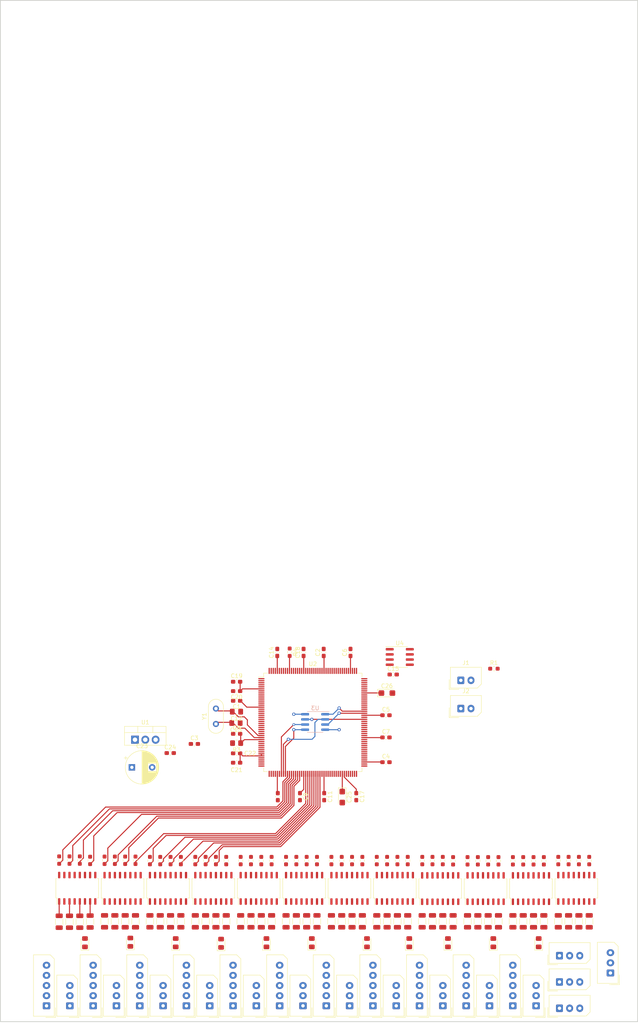
<source format=kicad_pcb>
(kicad_pcb (version 20221018) (generator pcbnew)
  (layers (0 "F.Cu" signal) (31 "B.Cu" signal) (34 "B.Paste" user) (35 "F.Paste" user) (36 "B.SilkS" user "B.Silkscreen") (37 "F.SilkS" user "F.Silkscreen") (38 "B.Mask" user) (39 "F.Mask" user) (44 "Edge.Cuts" user))
  (net 0 "")
  (net 1 "Net-(U2-PH1)")
  (net 2 "Net-(U2-NRST)")
  (net 3 "Net-(U2-VCAP_2)")
  (net 4 "Net-(U2-BOOT0)")
  (net 5 "CS0")
  (net 8 "CS1")
  (net 11 "CS2")
  (net 59 "Net-(U2-VCAP_1)")
  (net 60 "Net-(U2-PH0)")
  (net 62 "VBAT")
  (net 63 "GND")
  (net 64 "+3.3V")
  (net 65 "FRAM_CS")
  (net 66 "SPI1_MISO")
  (net 67 "FRAM_WP")
  (net 68 "SPI1_MOSI")
  (net 69 "SPI1_SCK")
  (net 70 "FRAM_HOLD")
  (net 71 "EMERGENCY")
  (net 72 "CS3")
  (net 73 "CS4")
  (net 74 "CS5")
  (net 75 "SPI3_MOSI")
  (net 76 "SPI3_MISO")
  (net 77 "SPI3_SCK")
  (net 78 "CS6")
  (net 79 "CS7")
  (net 80 "DIAG0_7")
  (net 81 "DIAG0_6")
  (net 82 "DIAG0_5")
  (net 83 "DIAG0_4")
  (net 84 "DIAG0_3")
  (net 85 "SWCLK")
  (net 86 "SPI2_MOSI")
  (net 87 "SPI2_MISO")
  (net 88 "SPI2_SCK")
  (net 89 "ADC_CS")
  (net 90 "INVERTER")
  (net 91 "SWDIO")
  (net 92 "CAN1_TX")
  (net 93 "CAN1_RX")
  (net 94 "USART1_RX")
  (net 95 "USART1_TX")
  (net 96 "H14")
  (net 97 "H13")
  (net 98 "H12")
  (net 99 "H11")
  (net 100 "EA10")
  (net 101 "EZ10")
  (net 102 "H10")
  (net 103 "EB10")
  (net 104 "H9")
  (net 105 "EZ9")
  (net 106 "EB9")
  (net 107 "EA9")
  (net 108 "H8")
  (net 109 "EA8")
  (net 110 "EB8")
  (net 111 "EZ8")
  (net 112 "H7")
  (net 113 "EZ7")
  (net 114 "EA7")
  (net 115 "EB7")
  (net 116 "H6")
  (net 117 "EZ6")
  (net 118 "EB6")
  (net 119 "H5")
  (net 120 "EA6")
  (net 121 "EZ5")
  (net 122 "EB5")
  (net 123 "EA5")
  (net 124 "H4")
  (net 125 "EZ4")
  (net 126 "EB4")
  (net 127 "EA4")
  (net 128 "H3")
  (net 129 "EZ3")
  (net 130 "EB3")
  (net 131 "EA3")
  (net 132 "H2")
  (net 133 "EZ2")
  (net 134 "EB2")
  (net 135 "EA2")
  (net 136 "H1")
  (net 137 "EZ1")
  (net 138 "EB1")
  (net 139 "EA1")
  (net 140 "H0")
  (net 141 "EZ0")
  (net 142 "EB0")
  (net 143 "EA0")
  (net 144 "BUZZER")
  (net 145 "DIAG0_0")
  (net 146 "DIAG0_1")
  (net 147 "DIAG0_2")
  (net 148 "CAN1H")
  (net 149 "CAN1L")
  (net 150 "+5V")
  (net 151 "GND1")
  (net 152 "S_EZ0")
  (net 153 "+12V")
  (net 154 "Net-(D1-A)")
  (net 155 "S_EB0")
  (net 156 "S_EA0")
  (net 157 "S_H0")
  (net 158 "Net-(D2-A)")
  (net 159 "S_EZ1")
  (net 160 "S_EB1")
  (net 161 "S_EA1")
  (net 162 "S_H1")
  (net 163 "Net-(D3-A)")
  (net 164 "Net-(D4-A)")
  (net 165 "S_EZ2")
  (net 166 "S_EB2")
  (net 167 "S_EA2")
  (net 168 "S_H2")
  (net 169 "S_EZ3")
  (net 170 "S_EB3")
  (net 171 "S_EA3")
  (net 172 "S_H3")
  (net 173 "Net-(D5-A)")
  (net 174 "Net-(D6-A)")
  (net 175 "Net-(D7-A)")
  (net 176 "Net-(D8-A)")
  (net 177 "S_EZ4")
  (net 178 "S_EB4")
  (net 179 "S_EA4")
  (net 180 "S_H4")
  (net 181 "S_EZ5")
  (net 182 "S_EB5")
  (net 183 "S_EA5")
  (net 184 "S_H5")
  (net 185 "S_EZ6")
  (net 186 "S_EB6")
  (net 187 "S_EA6")
  (net 188 "S_H6")
  (net 189 "S_EZ7")
  (net 190 "S_EB7")
  (net 191 "S_EA7")
  (net 192 "S_H7")
  (net 193 "Net-(D9-A)")
  (net 194 "Net-(D10-A)")
  (net 195 "Net-(D11-A)")
  (net 196 "S_EZ8")
  (net 197 "S_EB8")
  (net 198 "S_EA8")
  (net 199 "S_H8")
  (net 200 "S_EZ9")
  (net 201 "S_EB9")
  (net 202 "S_EA9")
  (net 203 "S_H9")
  (net 204 "S_EZ10")
  (net 205 "S_EB10")
  (net 206 "S_EA10")
  (net 207 "S_H10")
  (net 208 "S_H12")
  (net 209 "S_H11")
  (net 210 "S_H13")
  (net 211 "S_H14")
  (net 212 "Net-(R92-Pad1)")
  (net 213 "Net-(R94-Pad1)")
  (net 214 "Net-(R96-Pad1)")
  (net 215 "Net-(R98-Pad1)")
  (footprint "Connector_Molex:Molex_SPOX_5267-05A_1x05_P2.50mm_Vertical" (layer "F.Cu") (at -389.40958 161.21 90)
    (fp_text reference "J23" hide)
    (fp_text value "EN7")
  )
  (footprint "Resistor_SMD:R_1206_3216Metric" (layer "F.Cu") (at -440.182 140.4005 -90)
    (fp_text reference "R48" hide)
    (fp_text value "1.2k")
  )
  (footprint "Connector_Molex:Molex_SPOX_5267-03A_1x03_P2.50mm_Vertical" (layer "F.Cu") (at -365.364 153.122 90)
    (fp_text reference "J28" hide)
    (fp_text value "H7")
  )
  (footprint "Resistor_SMD:R_1206_3216Metric" (layer "F.Cu") (at -431.546 140.4005 -90)
    (fp_text reference "R54" hide)
    (fp_text value "1.2k")
  )
  (footprint "Resistor_SMD:R_0603_1608Metric_Pad0.98x0.95mm_HandSolder" (layer "F.Cu") (at -404.114 125.4995 90)
    (fp_text reference "R75" hide)
    (fp_text value "330")
  )
  (footprint "Resistor_SMD:R_1206_3216Metric" (layer "F.Cu") (at -395.478 140.4005 -90)
    (fp_text reference "R80" hide)
    (fp_text value "1.2k")
  )
  (footprint "Resistor_SMD:R_1206_3216Metric" (layer "F.Cu") (at -471.17 140.4005 -90)
    (fp_text reference "R26" hide)
    (fp_text value "1.2k")
  )
  (footprint "Package_SO:SOIC-16_4.55x10.3mm_P1.27mm" (layer "F.Cu") (at -440.817 132.282 90)
    (fp_text reference "U10" hide)
    (fp_text value "TLP291-4")
  )
  (footprint "LED_SMD:LED_0805_2012Metric_Pad1.15x1.40mm_HandSolder" (layer "F.Cu") (at -461.264 145.796 90)
    (fp_text reference "D4" hide)
    (fp_text value "LED")
  )
  (footprint "Package_SO:SOIC-16_4.55x10.3mm_P1.27mm" (layer "F.Cu") (at -429.641 132.282 90)
    (fp_text reference "U11" hide)
    (fp_text value "TLP291-4")
  )
  (footprint "Resistor_SMD:R_0603_1608Metric_Pad0.98x0.95mm_HandSolder" (layer "F.Cu") (at -451.358 125.4525 90)
    (fp_text reference "R41" hide)
    (fp_text value "330")
  )
  (footprint "Connector_Molex:Molex_SPOX_5267-05A_1x05_P2.50mm_Vertical" (layer "F.Cu") (at -435.35006 161.21 90)
    (fp_text reference "J15" hide)
    (fp_text value "EN6")
  )
  (footprint "LED_SMD:LED_0805_2012Metric_Pad1.15x1.40mm_HandSolder" (layer "F.Cu") (at -450.088 145.669 90)
    (fp_text reference "D5" hide)
    (fp_text value "LED")
  )
  (footprint "Connector_Molex:Molex_SPOX_5267-02A_1x02_P2.50mm_Vertical" (layer "F.Cu") (at -402.209 81.061)
    (fp_text reference "J1")
    (fp_text value "CAN1A")
  )
  (footprint "Resistor_SMD:R_1206_3216Metric" (layer "F.Cu") (at -442.722 140.4005 -90)
    (fp_text reference "R46" hide)
    (fp_text value "1.2k")
  )
  (footprint "Connector_Molex:Molex_SPOX_5267-05A_1x05_P2.50mm_Vertical" (layer "F.Cu") (at -504.26078 161.21 90)
    (fp_text reference "J3" hide)
    (fp_text value "EN0")
  )
  (footprint "LED_SMD:LED_0805_2012Metric_Pad1.15x1.40mm_HandSolder" (layer "F.Cu") (at -405.384 145.669 90)
    (fp_text reference "D9" hide)
    (fp_text value "LED")
  )
  (footprint "Resistor_SMD:R_0805_2012Metric_Pad1.20x1.40mm_HandSolder" (layer "F.Cu") (at -457.438 96.52 180)
    (fp_text reference "R3")
    (fp_text value "100K")
  )
  (footprint "Resistor_SMD:R_0603_1608Metric_Pad0.98x0.95mm_HandSolder" (layer "F.Cu") (at -434.086 125.4525 90)
    (fp_text reference "R53" hide)
    (fp_text value "330")
  )
  (footprint "Connector_Molex:Molex_SPOX_5267-02A_1x02_P2.50mm_Vertical" (layer "F.Cu") (at -402.209 88.011)
    (fp_text reference "J2")
    (fp_text value "CAN1B")
  )
  (footprint "Resistor_SMD:R_1206_3216Metric" (layer "F.Cu") (at -422.91 140.4005 -90)
    (fp_text reference "R60" hide)
    (fp_text value "1.2k")
  )
  (footprint "Resistor_SMD:R_0603_1608Metric_Pad0.98x0.95mm_HandSolder" (layer "F.Cu") (at -476.25 125.4525 90)
    (fp_text reference "R23" hide)
    (fp_text value "330")
  )
  (footprint "Connector_Molex:Molex_SPOX_5267-05A_1x05_P2.50mm_Vertical" (layer "F.Cu") (at -400.8947 161.21 90)
    (fp_text reference "J21" hide)
    (fp_text value "EN6")
  )
  (footprint "Resistor_SMD:R_1206_3216Metric" (layer "F.Cu") (at -400.558 140.4005 -90)
    (fp_text reference "R76" hide)
    (fp_text value "1.2k")
  )
  (footprint "Resistor_SMD:R_0603_1608Metric_Pad0.98x0.95mm_HandSolder" (layer "F.Cu") (at -394.059 78.191)
    (fp_text reference "R1")
    (fp_text value "R")
  )
  (footprint "Connector_Molex:Molex_SPOX_5267-03A_1x03_P2.50mm_Vertical" (layer "F.Cu") (at -377.912 155.336)
    (fp_text reference "J26" hide)
    (fp_text value "H7")
  )
  (footprint "Connector_Molex:Molex_SPOX_5267-03A_1x03_P2.50mm_Vertical" (layer "F.Cu") (at -383.66702 161.21 90)
    (fp_text reference "J24" hide)
    (fp_text value "H7")
  )
  (footprint "Capacitor_SMD:C_0603_1608Metric_Pad1.08x0.95mm_HandSolder" (layer "F.Cu") (at -457.4325 101.346 180)
    (fp_text reference "C21")
    (fp_text value "0.1uF")
  )
  (footprint "Package_SO:SOIC-16_4.55x10.3mm_P1.27mm" (layer "F.Cu") (at -407.289 132.334 90)
    (fp_text reference "U13" hide)
    (fp_text value "TLP291-4")
  )
  (footprint "Package_SO:SOIC-16_4.55x10.3mm_P1.27mm" (layer "F.Cu") (at -463.169 132.282 90)
    (fp_text reference "U8" hide)
    (fp_text value "TLP291-4")
  )
  (footprint "Capacitor_SMD:C_0603_1608Metric_Pad1.08x0.95mm_HandSolder" (layer "F.Cu") (at -457.4325 83.719375 180)
    (fp_text reference "C20")
    (fp_text value "0.1uF")
  )
  (footprint "Resistor_SMD:R_0603_1608Metric_Pad0.98x0.95mm_HandSolder" (layer "F.Cu") (at -489.966 125.3725 90)
    (fp_text reference "R13" hide)
    (fp_text value "330")
  )
  (footprint "Connector_Molex:Molex_SPOX_5267-03A_1x03_P2.50mm_Vertical" (layer "F.Cu") (at -464.06286 161.21 90)
    (fp_text reference "J10" hide)
    (fp_text value "H3")
  )
  (footprint "Connector_Molex:Molex_SPOX_5267-03A_1x03_P2.50mm_Vertical" (layer "F.Cu") (at -395.15214 161.21 90)
    (fp_text reference "J22" hide)
    (fp_text value "H6")
  )
  (footprint "Resistor_SMD:R_0603_1608Metric_Pad0.98x0.95mm_HandSolder" (layer "F.Cu") (at -415.29 125.4525 90)
    (fp_text reference "R67" hide)
    (fp_text value "330")
  )
  (footprint "LED_SMD:LED_0805_2012Metric_Pad1.15x1.40mm_HandSolder" (layer "F.Cu") (at -394.208 145.669 90)
    (fp_text reference "D10" hide)
    (fp_text value "LED")
  )
  (footprint "Resistor_SMD:R_0603_1608Metric_Pad0.98x0.95mm_HandSolder" (layer "F.Cu") (at -482.346 125.3725 90)
    (fp_text reference "R19" hide)
    (fp_text value "330")
  )
  (footprint "Connector_Molex:Molex_SPOX_5267-05A_1x05_P2.50mm_Vertical" (layer "F.Cu") (at -446.83518 161.21 90)
    (fp_text reference "J13" hide)
    (fp_text value "EN5")
  )
  (footprint "Package_SO:SOIC-8_3.9x4.9mm_P1.27mm" (layer "F.Cu") (at -417.257 75.311)
    (fp_text reference "U4")
    (fp_text value "SN65HVD232D")
  )
  (footprint "Resistor_SMD:R_1206_3216Metric" (layer "F.Cu") (at -370.586 140.4005 -90)
    (fp_text reference "R98" hide)
    (fp_text value "1.2k")
  )
  (footprint "LED_SMD:LED_0805_2012Metric_Pad1.15x1.40mm_HandSolder" (layer "F.Cu") (at -383.032 145.669 90)
    (fp_text reference "D11" hide)
    (fp_text value "LED")
  )
  (footprint "Capacitor_SMD:C_0603_1608Metric_Pad1.08x0.95mm_HandSolder" (layer "F.Cu") (at -440.944 74.1945 90)
    (fp_text reference "C18")
    (fp_text value "0.1uF")
  )
  (footprint "Resistor_SMD:R_0603_1608Metric_Pad0.98x0.95mm_HandSolder" (layer "F.Cu") (at -465.074 125.4525 90)
    (fp_text reference "R31" hide)
    (fp_text value "330")
  )
  (footprint "Resistor_SMD:R_1206_3216Metric" (layer "F.Cu") (at -415.29 140.4005 -90)
    (fp_text reference "R66" hide)
    (fp_text value "1.2k")
  )
  (footprint "Resistor_SMD:R_1206_3216Metric" (layer "F.Cu") (at -420.37 140.4005 -90)
    (fp_text reference "R62" hide)
    (fp_text value "1.2k")
  )
  (footprint "Connector_Molex:Molex_SPOX_5267-03A_1x03_P2.50mm_Vertical" (layer "F.Cu") (at -452.57774 161.21 90)
    (fp_text reference "J12" hide)
    (fp_text value "H4")
  )
  (footprint "Resistor_SMD:R_0603_1608Metric_Pad0.98x0.95mm_HandSolder" (layer "F.Cu") (at -378.206 125.4525 90)
    (fp_text reference "R93" hide)
    (fp_text value "330")
  )
  (footprint "Resistor_SMD:R_1206_3216Metric" (layer "F.Cu") (at -489.966 140.4005 -90)
    (fp_text reference "R12" hide)
    (fp_text value "1.2k")
  )
  (footprint "Resistor_SMD:R_1206_3216Metric" (layer "F.Cu") (at -445.262 140.4005 -90)
    (fp_text reference "R44" hide)
    (fp_text value "1.2k")
  )
  (footprint "Resistor_SMD:R_1206_3216Metric" (layer "F.Cu") (at -501.142 140.5045 -90)
    (fp_text reference "R8" hide)
    (fp_text value "1.2k")
  )
  (footprint "Package_TO_SOT_THT:TO-220-3_Vertical" (layer "F.Cu") (at -482.469698 95.679)
    (fp_text reference "U1")
    (fp_text value "LF33_TO220")
  )
  (footprint "Capacitor_SMD:C_0603_1608Metric_Pad1.08x0.95mm_HandSolder" (layer "F.Cu") (at -441.833 109.7015 -90)
    (fp_text reference "C9")
    (fp_text value "0.1uF")
  )
  (footprint "Resistor_SMD:R_0603_1608Metric_Pad0.98x0.95mm_HandSolder" (layer "F.Cu") (at -445.262 125.4525 90)
    (fp_text reference "R45" hide)
    (fp_text value "330")
  )
  (footprint "Capacitor_SMD:C_0805_2012Metric_Pad1.18x1.45mm_HandSolder" (layer "F.Cu") (at -457.4755 88.773 180)
    (fp_text reference "C12")
    (fp_text value "20pF")
  )
  (footprint "Package_SO:SOIC-16_4.55x10.3mm_P1.27mm" (layer "F.Cu") (at -384.937 132.334 90)
    (fp_text reference "U15" hide)
    (fp_text value "TLP291-4")
  )
  (footprint "Resistor_SMD:R_0603_1608Metric_Pad0.98x0.95mm_HandSolder" (layer "F.Cu") (at -462.534 125.4525 90)
    (fp_text reference "R33" hide)
    (fp_text value "330")
  )
  (footprint "Resistor_SMD:R_0603_1608Metric_Pad0.98x0.95mm_HandSolder" (layer "F.Cu") (at -487.426 125.3725 90)
    (fp_text reference "R15" hide)
    (fp_text value "330")
  )
  (footprint "Resistor_SMD:R_1206_3216Metric" (layer "F.Cu") (at -437.642 140.4005 -90)
    (fp_text reference "R50" hide)
    (fp_text value "1.2k")
  )
  (footprint "Connector_Molex:Molex_SPOX_5267-03A_1x03_P2.50mm_Vertical" (layer "F.Cu") (at -377.912 148.859)
    (fp_text reference "J25" hide)
    (fp_text value "H7")
  )
  (footprint "Resistor_SMD:R_0603_1608Metric_Pad0.98x0.95mm_HandSolder" (layer "F.Cu") (at -420.37 125.4525 90)
    (fp_text reference "R63" hide)
    (fp_text value "330")
  )
  (footprint "Resistor_SMD:R_0603_1608Metric_Pad0.98x0.95mm_HandSolder" (layer "F.Cu") (at -417.83 125.4525 90)
    (fp_text reference "R65" hide)
    (fp_text value "330")
  )
  (footprint "Capacitor_Tantalum_SMD:CP_EIA-3216-18_Kemet-A" (layer "F.Cu") (at -431.419 109.808 -90)
    (fp_text reference "C25")
    (fp_text value "C_Polarized_US")
  )
  (footprint "Resistor_SMD:R_0603_1608Metric_Pad0.98x0.95mm_HandSolder" (layer "F.Cu") (at -484.886 125.3725 90)
    (fp_text reference "R17" hide)
    (fp_text value "330")
  )
  (footprint "Resistor_SMD:R_0603_1608Metric_Pad0.98x0.95mm_HandSolder" (layer "F.Cu") (at -398.018 125.4995 90)
    (fp_text reference "R79" hide)
    (fp_text value "330")
  )
  (footprint "Resistor_SMD:R_0603_1608Metric_Pad0.98x0.95mm_HandSolder" (layer "F.Cu") (at -431.546 125.4525 90)
    (fp_text reference "R55" hide)
    (fp_text value "330")
  )
  (footprint "Capacitor_SMD:C_0603_1608Metric_Pad1.08x0.95mm_HandSolder" (layer "F.Cu") (at -420.6505 101.219)
    (fp_text reference "C4")
    (fp_text value "0.1uF")
  )
  (footprint "Resistor_SMD:R_1206_3216Metric" (layer "F.Cu") (at -465.074 140.4005 -90)
    (fp_text reference "R30" hide)
    (fp_text value "1.2k")
  )
  (footprint "Resistor_SMD:R_1206_3216Metric" (layer "F.Cu") (at -392.938 140.4005 -90)
    (fp_text reference "R82" hide)
    (fp_text value "1.2k")
  )
  (footprint "Connector_Molex:Molex_SPOX_5267-03A_1x03_P2.50mm_Vertical" (layer "F.Cu") (at -406.63726 161.21 90)
    (fp_text reference "J20" hide)
    (fp_text value "H5")
  )
  (footprint "Resistor_SMD:R_1206_3216Metric" (layer "F.Cu") (at -487.426 140.4005 -90)
    (fp_text reference "R14" hide)
    (fp_text value "1.2k")
  )
  (footprint "Resistor_SMD:R_1206_3216Metric" (layer "F.Cu") (at -498.602 140.5045 -90)
    (fp_text reference "R6" hide)
    (fp_text value "1.2k")
  )
  (footprint "Connector_Molex:Molex_SPOX_5267-03A_1x03_P2.50mm_Vertical" (layer "F.Cu") (at -377.912 161.813)
    (fp_text reference "J27" hide)
    (fp_text value "H7")
  )
  (footprint "Capacitor_SMD:C_0603_1608Metric_Pad1.08x0.95mm_HandSolder" (layer "F.Cu") (at -435.991 74.1945 90)
    (fp_text reference "C2")
    (fp_text value "0.1uF")
  )
  (footprint "Resistor_SMD:R_1206_3216Metric" (layer "F.Cu") (at -411.734 140.4005 -90)
    (fp_text reference "R68" hide)
    (fp_text value "1.2k")
  )
  (footprint "Capacitor_SMD:C_0603_1608Metric_Pad1.08x0.95mm_HandSolder" (layer "F.Cu") (at -418.8725 79.629)
    (fp_text reference "C15")
    (fp_text value "15pF")
  )
  (footprint "Resistor_SMD:R_1206_3216Metric" (layer "F.Cu") (at -386.842 140.4005 -90)
    (fp_text reference "R86" hide)
    (fp_text value "1.2k")
  )
  (footprint "Resistor_SMD:R_0603_1608Metric_Pad0.98x0.95mm_HandSolder" (layer "F.Cu") (at -456.438 125.4525 90)
    (fp_text reference "R37" hide)
    (fp_text value "330")
  )
  (footprint "Connector_Molex:Molex_SPOX_5267-03A_1x03_P2.50mm_Vertical" (layer "F.Cu") (at -487.0331 161.21 90)
    (fp_text reference "J6" hide)
    (fp_text value "H1")
  )
  (footprint "Package_SO:SOIC-16_4.55x10.3mm_P1.27mm" (layer "F.Cu") (at -485.521 132.282 90)
    (fp_text reference "U6" hide)
    (fp_text value "TLP291-4")
  )
  (footprint "Resistor_SMD:R_0603_1608Metric_Pad0.98x0.95mm_HandSolder" (layer "F.Cu") (at -422.91 125.4525 90)
    (fp_text reference "R61" hide)
    (fp_text value "330")
  )
  (footprint "Resistor_SMD:R_0603_1608Metric_Pad0.98x0.95mm_HandSolder" (layer "F.Cu") (at -395.478 125.4995 90)
    (fp_text reference "R81" hide)
    (fp_text value "330")
  )
  (footprint "Capacitor_SMD:C_0603_1608Metric_Pad1.08x0.95mm_HandSolder" (layer "F.Cu") (at -457.4275 86.106 180)
    (fp_text reference "C1")
    (fp_text value "0.1uF")
  )
  (footprint "Resistor_SMD:R_0603_1608Metric_Pad0.98x0.95mm_HandSolder" (layer "F.Cu") (at -429.006 125.4525 90)
    (fp_text reference "R57" hide)
    (fp_text value "330")
  )
  (footprint "Connector_Molex:Molex_SPOX_5267-05A_1x05_P2.50mm_Vertical" (layer "F.Cu") (at -412.37982 161.21 90)
    (fp_text reference "J19" hide)
    (fp_text value "EN5")
  )
  (footprint "Capacitor_SMD:C_0603_1608Metric_Pad1.08x0.95mm_HandSolder" (layer "F.Cu") (at -447.294 109.7015 -90)
    (fp_text reference "C10" hide)
    (fp_text value "0.1uF")
  )
  (footprint "Resistor_SMD:R_0603_1608Metric_Pad0.98x0.95mm_HandSolder" (layer "F.Cu") (at -426.466 125.4525 90)
    (fp_text reference "R59" hide)
    (fp_text value "330")
  )
  (footprint "Connector_Molex:Molex_SPOX_5267-05A_1x05_P2.50mm_Vertical" (layer "F.Cu") (at -423.86494 161.21 90)
    (fp_text reference "J17" hide)
    (fp_text value "EN7")
  )
  (footprint "Resistor_SMD:R_1206_3216Metric" (layer "F.Cu") (at -473.71 140.4005 -90)
    (fp_text reference "R24" hide)
    (fp_text value "1.2k")
  )
  (footprint "Resistor_SMD:R_0603_1608Metric_Pad0.98x0.95mm_HandSolder" (layer "F.Cu") (at -493.522 125.4045 90)
    (fp_text reference "R11" hide)
    (fp_text value "330")
  )
  (footprint "Resistor_SMD:R_1206_3216Metric" (layer "F.Cu") (at -398.018 140.4005 -90)
    (fp_text reference "R78" hide)
    (fp_text value "1.2k")
  )
  (footprint "Connector_Molex:Molex_SPOX_5267-05A_1x05_P2.50mm_Vertical" (layer "F.Cu") (at -492.77566 161.21 90)
    (fp_text reference "J5" hide)
    (fp_text value "EN1")
  )
  (footprint "Connector_Molex:Molex_SPOX_5267-05A_1x05_P2.50mm_Vertical" (layer "F.Cu") (at -458.3203 161.21 90)
    (fp_text reference "J11" hide)
    (fp_text value "EN4")
  )
  (footprint "Resistor_SMD:R_0603_1608Metric_Pad0.98x0.95mm_HandSolder" (layer "F.Cu") (at -448.818 125.4525 90)
    (fp_text reference "R43" hide)
    (fp_text value "330")
  )
  (footprint "Resistor_SMD:R_0603_1608Metric_Pad0.98x0.95mm_HandSolder" (layer "F.Cu") (at -389.382 125.4995 90)
    (fp_text reference "R85" hide)
    (fp_text value "330")
  )
  (footprint "Resistor_SMD:R_1206_3216Metric" (layer "F.Cu") (at -426.466 140.4005 -90)
    (fp_text reference "R58" hide)
    (fp_text value "1.2k")
  )
  (footprint "Resistor_SMD:R_1206_3216Metric" (layer "F.Cu") (at -476.25 140.4005 -90)
    (fp_text reference "R22" hide)
    (fp_text value "1.2k")
  )
  (footprint "Capacitor_SMD:C_0805_2012Metric_Pad1.18x1.45mm_HandSolder" (layer "F.Cu") (at -457.6025 91.567 180)
    (fp_text reference "C13")
    (fp_text value "20pF")
  )
  (footprint "Resistor_SMD:R_1206_3216Metric" (layer "F.Cu") (at -409.194 140.4005 -90)
    (fp_text reference "R70" hide)
    (fp_text value "1.2k")
  )
  (footprint "Resistor_SMD:R_0603_1608Metric_Pad0.98x0.95mm_HandSolder" (layer "F.Cu") (at -467.614 125.4525 90)
    (fp_text reference "R29" hide)
    (fp_text value "330")
  )
  (footprint "Package_SO:SOIC-16_4.55x10.3mm_P1.27mm" (layer "F.Cu") (at -418.465 132.282 90)
    (fp_text reference "U12" hide)
    (fp_text value "TLP291-4")
  )
  (footprint "Resistor_SMD:R_0603_1608Metric_Pad0.98x0.95mm_HandSolder" (layer "F.Cu") (at -409.194 125.4525 90)
    (fp_text reference "R71" hide)
    (fp_text value "330")
  )
  (footprint "Resistor_SMD:R_1206_3216Metric" (layer "F.Cu") (at -378.206 140.4005 -90)
    (fp_text reference "R92" hide)
    (fp_text value "1.2k")
  )
  (footprint "Resistor_SMD:R_1206_3216Metric" (layer "F.Cu") (at -462.534 140.4005 -90)
    (fp_text reference "R32" hide)
    (fp_text value "1.2k")
  )
  (footprint "Resistor_SMD:R_0603_1608Metric_Pad0.98x0.95mm_HandSolder" (layer "F.Cu") (at -373.126 125.4525 90)
    (fp_text reference "R97" hide)
    (fp_text value "330")
  )
  (footprint "Connector_Molex:Molex_SPOX_5267-03A_1x03_P2.50mm_Vertical" (layer "F.Cu") (at -418.12238 161.21 90)
    (fp_text reference "J18" hide)
    (fp_text value "H7")
  )
  (footprint "LED_SMD:LED_0805_2012Metric_Pad1.15x1.40mm_HandSolder" (layer "F.Cu") (at -494.792 145.669 90)
    (fp_text reference "D1" hide)
    (fp_text value "LED")
  )
  (footprint "Resistor_SMD:R_1206_3216Metric" (layer "F.Cu") (at -482.346 140.4005 -90)
    (fp_text reference "R18" hide)
    (fp_text value "1.2k")
  )
  (footprint "Resistor_SMD:R_1206_3216Metric" (layer "F.Cu") (at -478.79 140.4005 -90)
    (fp_text reference "R20" hide)
    (fp_text value "1.2k")
  )
  (footprint "Connector_Molex:Molex_SPOX_5267-03A_1x03_P2.50mm_Vertical" (layer "F.Cu") (at -441.09262 161.21 90)
    (fp_text reference "J14" hide)
    (fp_text value "H5")
  )
  (footprint "Connector_Molex:Molex_SPOX_5267-05A_1x05_P2.50mm_Vertical" (layer "F.Cu") (at -481.29054 161.21 90)
    (fp_text reference "J7" hide)
    (fp_text value "EN2")
  )
  (footprint "LED_SMD:LED_0805_2012Metric_Pad1.15x1.40mm_HandSolder" (layer "F.Cu") (at -472.44 145.669 90)
    (fp_text reference "D3" hide)
    (fp_text value "LED")
  )
  (footprint "Resistor_SMD:R_0603_1608Metric_Pad0.98x0.95mm_HandSolder" (layer "F.Cu") (at -471.17 125.4525 90)
    (fp_text reference "R27" hide)
    (fp_text value "330")
  )
  (footprint "Connector_Molex:Molex_SPOX_5267-03A_1x03_P2.50mm_Vertical" (layer "F.Cu") (at -475.54798 161.21 90)
    (fp_text reference "J8" hide)
    (fp_text value "H2")
  )
  (footprint "LED_SMD:LED_0805_2012Metric_Pad1.15x1.40mm_HandSolder" (layer "F.Cu") (at -438.912 145.669 90)
    (fp_text reference "D6" hide)
    (fp_text value "LED")
  )
  (footprint "Resistor_SMD:R_0603_1608Metric_Pad0.98x0.95mm_HandSolder" (layer "F.Cu") (at -473.71 125.4525 90)
    (fp_text reference "R25" hide)
    (fp_text value "330")
  )
  (footprint "Capacitor_SMD:C_0603_1608Metric_Pad1.08x0.95mm_HandSolder" (layer "F.Cu") (at -420.6505 95.123)
    (fp_text reference "C7")
    (fp_text value "0.1uF")
  )
  (footprint "Resistor_SMD:R_1206_3216Metric" (layer "F.Cu") (at -375.666 140.4005 -90)
    (fp_text reference "R94" hide)
    (fp_text value "1.2k")
  )
  (footprint "Resistor_SMD:R_0603_1608Metric_Pad0.98x0.95mm_HandSolder" (layer "F.Cu") (at -400.558 125.4995 90)
    (fp_text reference "R77" hide)
    (fp_text value "330")
  )
  (footprint "Resistor_SMD:R_1206_3216Metric" (layer "F.Cu") (at -467.614 140.4005 -90)
    (fp_text reference "R28" hide)
    (fp_text value "1.2k")
  )
  (footprint "Capacitor_SMD:C_0603_1608Metric_Pad1.08x0.95mm_HandSolder" (layer "F.Cu") (at -457.4325 81.407)
    (fp_text reference "C19")
    (fp_text value "4.7uF")
  )
  (footprint "Capacitor_SMD:C_0603_1608Metric_Pad1.08x0.95mm_HandSolder" (layer "F.Cu") (at -429.387 74.1945 90)
    (fp_text reference "C6")
    (fp_text value "0.1uF")
  )
  (footprint "Resistor_SMD:R_0603_1608Metric_Pad0.98x0.95mm_HandSolder" (layer "F.Cu") (at -453.898 125.4525 90)
    (fp_text reference "R39" hide)
    (fp_text value "330")
  )
  (footprint "Resistor_SMD:R_0603_1608Metric_Pad0.98x0.95mm_HandSolder" (layer "F.Cu") (at -386.842 125.4995 90)
    (fp_text reference "R87" hide)
    (fp_text value "330")
  )
  (footprint "Resistor_SMD:R_0603_1608Metric_Pad0.98x0.95mm_HandSolder" (layer "F.Cu") (at -459.994 125.4525 90)
    (fp_text reference "R35" hide)
    (fp_text value "330")
  )
  (footprint "Capacitor_SMD:C_0603_1608Metric_Pad1.08x0.95mm_HandSolder" (layer "F.Cu") (at -467.8415 96.72125)
    (fp_text reference "C3")
    (fp_text value "0.1uF")
  )
  (footprint "Resistor_SMD:R_0603_1608Metric_Pad0.98x0.95mm_HandSolder" (layer "F.Cu") (at -498.602 125.3295 90)
    (fp_text reference "R7" hide)
    (fp_text value "330")
  )
  (footprint "Resistor_SMD:R_0603_1608Metric_Pad0.98x0.95mm_HandSolder" (layer "F.Cu") (at -496.062 125.3255 90)
    (fp_text reference "R5" hide)
    (fp_text value "330")
  )
  (footprint "Resistor_SMD:R_0603_1608Metric_Pad0.98x0.95mm_HandSolder" (layer "F.Cu") (at -411.704 125.4525 90)
    (fp_text reference "R69" hide)
    (fp_text value "330")
  )
  (footprint "Resistor_SMD:R_0603_1608Metric_Pad0.98x0.95mm_HandSolder" (layer "F.Cu") (at -478.79 125.4525 90)
    (fp_text reference "R21" hide)
    (fp_text value "330")
  )
  (footprint "Package_QFP:LQFP-176_24x24mm_P0.5mm" (layer "F.Cu") (at -438.658 91.4146)
    (fp_text reference "U2")
    (fp_text value "STM32F407IGTx")
  )
  (footprint "Package_SO:SOIC-16_4.55x10.3mm_P1.27mm" (layer "F.Cu") (at -373.761 132.282 90)
    (fp_text reference "U16" hide)
    (fp_text value "TLP291-4")
  )
  (footprint "Resistor_SMD:R_1206_3216Metric" (layer "F.Cu") (at -448.818 140.4005 -90)
    (fp_text reference "R42" hide)
    (fp_text value "1.2k")
  )
  (footprint "Capacitor_SMD:C_0603_1608Metric_Pad1.08x0.95mm_HandSolder" (layer "F.Cu") (at -447.421 74.1945 90)
    (fp_text reference "C14")
    (fp_text value "0.1uF")
  )
  (footprint "Capacitor_SMD:C_0603_1608Metric_Pad1.08x0.95mm_HandSolder" (layer "F.Cu") (at -457.4275 94.234)
    (fp_text reference "C8")
    (fp_text value "0.1uF")
  )
  (footprint "Package_SO:SOIC-16_4.55x10.3mm_P1.27mm" (layer "F.Cu") (at -474.345 132.282 90)
    (fp_text reference "U7" hide)
    (fp_text value "TLP291-4")
  )
  (footprint "Crystal:Crystal_HC52-6mm_Vertical" (layer "F.Cu") (at -462.534 91.811 90)
    (fp_text reference "Y1")
    (fp_text value "Crystal")
  )
  (footprint "Capacitor_SMD:C_0603_1608Metric_Pad1.08x0.95mm_HandSolder" (layer "F.Cu") (at -457.4325 99.033625 180)
    (fp_text reference "C22")
    (fp_text value "1uF")
  )
  (footprint "Resistor_SMD:R_0603_1608Metric_Pad0.98x0.95mm_HandSolder" (layer "F.Cu") (at -442.722 125.4525 90)
    (fp_text reference "R47" hide)
    (fp_text value "330")
  )
  (footprint "Connector_Molex:Molex_SPOX_5267-03A_1x03_P2.50mm_Vertical" (layer "F.Cu") (at -429.6075 161.21 90)
    (fp_text reference "J16" hide)
    (fp_text value "H6")
  )
  (footprint "Resistor_SMD:R_1206_3216Metric" (layer "F.Cu") (at -389.382 140.4005 -90)
    (fp_text reference "R84" hide)
    (fp_text value "1.2k")
  )
  (footprint "Capacitor_THT:CP_Radial_D8.0mm_P5.00mm" (layer "F.Cu") (at -483.235 102.489)
    (fp_text reference "C23")
    (fp_text value "2.2uF")
  )
  (footprint "Capacitor_SMD:C_0603_1608Metric_Pad1.08x0.95mm_HandSolder" (layer "F.Cu") (at -435.864 109.7015 -90)
    (fp_text reference "C11")
    (fp_text value "0.1uF")
  )
  (footprint "Resistor_SMD:R_1206_3216Metric" (layer "F.Cu") (at -451.358 140.4005 -90)
    (fp_text reference "R40" hide)
    (fp_text value "1.2k")
  )
  (footprint "Resistor_SMD:R_1206_3216Metric" (layer "F.Cu") (at -373.126 140.4005 -90)
    (fp_text reference "R96" hide)
    (fp_text value "1.2k")
  )
  (footprint "Resistor_SMD:R_1206_3216Metric" (layer "F.Cu") (at -404.114 140.4005 -90)
    (fp_text reference "R74" hide)
    (fp_text value "1.2k")
  )
  (footprint "Resistor_SMD:R_1206_3216Metric" (layer "F.Cu") (at -429.006 140.4005 -90)
    (fp_text reference "R56" hide)
    (fp_text value "1.2k")
  )
  (footprint "Resistor_SMD:R_1206_3216Metric" (layer "F.Cu") (at -453.898 140.4005 -90)
    (fp_text reference "R38" hide)
    (fp_text value "1.2k")
  )
  (footprint "Resistor_SMD:R_1206_3216Metric" (layer "F.Cu") (at -496.062 140.5045 -90)
    (fp_text reference "R2" hide)
    (fp_text value "1.2k")
  )
  (footprint "Resistor_SMD:R_1206_3216Metric" (layer "F.Cu") (at -406.654 140.4005 -90)
    (fp_text reference "R72" hide)
    (fp_text value "1.2k")
  )
  (footprint "Resistor_SMD:R_0603_1608Metric_Pad0.98x0.95mm_HandSolder" (layer "F.Cu") (at -381.762 125.4995 90)
    (fp_text reference "R91" hide)
    (fp_text value "330")
  )
  (footprint "Package_SO:SOIC-16_4.55x10.3mm_P1.27mm" (layer "F.Cu") (at -396.113 132.334 90)
    (fp_text reference "U14" hide)
    (fp_text value "TLP291-4")
  )
  (footprint "Resistor_SMD:R_1206_3216Metric" (layer "F.Cu") (at -456.438 140.4005 -90)
    (fp_text reference "R36" hide)
    (fp_text value "1.2k")
  )
  (footprint "Resistor_SMD:R_0603_1608Metric_Pad0.98x0.95mm_HandSolder" (layer "F.Cu") (at -384.302 125.4995 90)
    (fp_text reference "R89" hide)
    (fp_text value "330")
  )
  (footprint "Resistor_SMD:R_1206_3216Metric" (layer "F.Cu") (at -493.522 140.4525 -90)
    (fp_text reference "R10" hide)
    (fp_text value "1.2k")
  )
  (footprint "Capacitor_SMD:C_0603_1608Metric_Pad1.08x0.95mm_HandSolder" (layer "F.Cu") (at -420.6505 89.662)
    (fp_text reference "C5")
    (fp_text value "0.1uF")
  )
  (footprint "Resistor_SMD:R_1206_3216Metric" (layer "F.Cu") (at -384.302 140.4005 -90)
    (fp_text reference "R88" hide)
    (fp_text value "1.2k")
  )
  (footprint "Resistor_SMD:R_0603_1608Metric_Pad0.98x0.95mm_HandSolder" (layer "F.Cu") (at -406.654 125.4525 90)
    (fp_text reference "R73" hide)
    (fp_text value "330")
  )
  (footprint "Capacitor_SMD:C_0603_1608Metric_Pad1.08x0.95mm_HandSolder" (layer "F.Cu") (at -473.789698 98.969)
    (fp_text reference "C24")
    (fp_text value "0.1uF")
  )
  (footprint "Resistor_SMD:R_0603_1608Metric_Pad0.98x0.95mm_HandSolder" (layer "F.Cu") (at -375.666 125.4525 90)
    (fp_text reference "R95" hide)
    (fp_text value "330")
  )
  (footprint "Connector_Molex:Molex_SPOX_5267-03A_1x03_P2.50mm_Vertical" (layer "F.Cu") (at -498.51822 161.21 90)
    (fp_text reference "J4" hide)
    (fp_text value "H0")
  )
  (footprint "Resistor_SMD:R_1206_3216Metric" (layer "F.Cu") (at -417.83 140.4005 -90)
    (fp_text reference "R64" hide)
    (fp_text value "1.2k")
  )
  (footprint "Package_SO:SOIC-16_4.55x10.3mm_P1.27mm" (layer "F.Cu") (at -496.697 132.259 90)
    (fp_text reference "U5" hide)
    (fp_text value "TLP291-4")
  )
  (footprint "Resistor_SMD:R_1206_3216Metric" (layer "F.Cu") (at -484.886 140.4005 -90)
    (fp_text reference "R16" hide)
    (fp_text value "1.2k")
  )
  (footprint "Package_SO:SOIC-16_4.55x10.3mm_P1.27mm" (layer "F.Cu") (at -451.993 132.282 90)
    (fp_text reference "U9" hide)
    (fp_text value "TLP291-4")
  )
  (footprint "LED_SMD:LED_0805_2012Metric_Pad1.15x1.40mm_HandSolder" (layer "F.Cu") (at -414.909 145.669 90)
    (fp_text reference "D8" hide)
    (fp_text value "LED")
  )
  (footprint "Connector_Molex:Molex_SPOX_5267-05A_1x05_P2.50mm_Vertical" (layer "F.Cu") (at -469.80542 161.21 90)
    (fp_text reference "J9" hide)
    (fp_text value "EN3")
  )
  (footprint "Resistor_SMD:R_0603_1608Metric_Pad0.98x0.95mm_HandSolder" (layer "F.Cu") (at -501.142 125.3255 90)
    (fp_text reference "R9" hide)
    (fp_text value "330")
  )
  (footprint "LED_SMD:LED_0805_2012Metric_Pad1.15x1.40mm_HandSolder" (layer "F.Cu") (at -483.616 145.542 90)
    (fp_text reference "D2" hide)
    (fp_text value "LED")
  )
  (footprint "Capacitor_Tantalum_SMD:CP_EIA-3216-18_Kemet-A" (layer "F.Cu") (at -420.417 84.201)
    (fp_text reference "C26")
    (fp_text value "C_Polarized_US")
  )
  (footprint "Resistor_SMD:R_1206_3216Metric" (layer "F.Cu") (at -434.086 140.4005 -90)
    (fp_text reference "R52" hide)
    (fp_text value "1.2k")
  )
  (footprint "Resistor_SMD:R_0603_1608Metric_Pad0.98x0.95mm_HandSolder" (layer "F.Cu") (at -444.373 74.1445 -90)
    (fp_text reference "R4")
    (fp_text value "680")
  )
  (footprint "Resistor_SMD:R_0603_1608Metric_Pad0.98x0.95mm_HandSolder" (layer "F.Cu") (at -440.182 125.4525 90)
    (fp_text reference "R49" hide)
    (fp_text value "330")
  )
  (footprint "Resistor_SMD:R_0603_1608Metric_Pad0.98x0.95mm_HandSolder" (layer "F.Cu") (at -392.938 125.4995 90)
    (fp_text reference "R83" hide)
    (fp_text value "330")
  )
  (footprint "Resistor_SMD:R_0603_1608Metric_Pad0.98x0.95mm_HandSolder" (layer "F.Cu") (at -437.642 125.4525 90)
    (fp_text reference "R51" hide)
    (fp_text value "330")
  )
  (footprint "Resistor_SMD:R_1206_3216Metric" (layer "F.Cu") (at -381.762 140.4005 -90)
    (fp_text reference "R90" hide)
    (fp_text value "1.2k")
  )
  (footprint "Resistor_SMD:R_1206_3216Metric" (layer "F.Cu") (at -459.994 140.4005 -90)
    (fp_text reference "R34" hide)
    (fp_text value "1.2k")
  )
  (footprint "Resistor_SMD:R_0603_1608Metric_Pad0.98x0.95mm_HandSolder" (layer "F.Cu") (at -370.586 125.4525 90)
    (fp_text reference "R99" hide)
    (fp_text value "330")
  )
  (footprint "LED_SMD:LED_0805_2012Metric_Pad1.15x1.40mm_HandSolder" (layer "F.Cu") (at -425.323 145.669 90)
    (fp_text reference "D7" hide)
    (fp_text value "LED")
  )
  (footprint "Capacitor_SMD:C_0603_1608Metric_Pad1.08x0.95mm_HandSolder" (layer "F.Cu") (at -427.9635 109.7015 -90)
    (fp_text reference "C17")
    (fp_text value "0.1uF")
  )
  (footprint "Package_SO:SOIC-8_3.9x4.9mm_P1.27mm" (layer "B.Cu") (at -438.088 91.313 180)
    (fp_text reference "U3")
    (fp_text value "MX25R3235FM2xx1")
  )
  (gr_rect (start -515.62 -86.36) (end -358.648 165.1) (stroke (width 0.2)) (fill none) (layer "Edge.Cuts"))
  (segment (start -458.47 91.4065) (end -457.0395 92.837) (width 0.25) (layer "F.Cu") (net 1))
  (segment (start -453.0944 95.1646) (end -451.333 95.1646) (width 0.25) (layer "F.Cu") (net 1))
  (segment (start -457.0395 92.837) (end -455.422 92.837) (width 0.25) (layer "F.Cu") (net 1))
  (segment (start -458.47 91.4065) (end -462.1295 91.4065) (width 0.25) (layer "F.Cu") (net 1))
  (segment (start -455.422 92.837) (end -453.0944 95.1646) (width 0.25) (layer "F.Cu") (net 1))
  (segment (start -462.1295 91.4065) (end -462.534 91.811) (width 0.25) (layer "F.Cu") (net 1))
  (segment (start -455.51335 95.6646) (end -451.333 95.6646) (width 0.25) (layer "F.Cu") (net 2))
  (segment (start -456.4325 94.188875) (end -456.4325 96.58375) (width 0.25) (layer "F.Cu") (net 2))
  (segment (start -456.4325 96.58375) (end -456.57 96.72125) (width 0.25) (layer "F.Cu") (net 2))
  (segment (start -456.57 96.72125) (end -455.51335 95.6646) (width 0.25) (layer "F.Cu") (net 2))
  (segment (start -422.1964 84.1646) (end -425.983 84.1646) (width 0.25) (layer "F.Cu") (net 3))
  (segment (start -444.373 75.184) (end -444.408 75.219) (width 0.25) (layer "F.Cu") (net 4))
  (segment (start -444.408 75.219) (end -444.408 78.7396) (width 0.25) (layer "F.Cu") (net 4))
  (segment (start -431.408 108.128) (end -431.419 108.139) (width 0.25) (layer "F.Cu") (net 59))
  (segment (start -431.408 104.0896) (end -431.408 108.128) (width 0.25) (layer "F.Cu") (net 59))
  (segment (start -454.787 90.805) (end -454.787 92.028364) (width 0.25) (layer "F.Cu") (net 60))
  (segment (start -457.021125 90.043) (end -455.549 90.043) (width 0.25) (layer "F.Cu") (net 60))
  (segment (start -461.950875 88.594125) (end -462.534 88.011) (width 0.25) (layer "F.Cu") (net 60))
  (segment (start -454.787 92.028364) (end -452.150764 94.6646) (width 0.25) (layer "F.Cu") (net 60))
  (segment (start -458.47 88.594125) (end -461.950875 88.594125) (width 0.25) (layer "F.Cu") (net 60))
  (segment (start -455.549 90.043) (end -454.787 90.805) (width 0.25) (layer "F.Cu") (net 60))
  (segment (start -458.47 88.594125) (end -457.021125 90.043) (width 0.25) (layer "F.Cu") (net 60))
  (segment (start -452.150764 94.6646) (end -451.333 94.6646) (width 0.25) (layer "F.Cu") (net 60))
  (segment (start -456.015225 83.1646) (end -456.57 83.719375) (width 0.25) (layer "F.Cu") (net 62))
  (segment (start -451.333 83.1646) (end -456.015225 83.1646) (width 0.25) (layer "F.Cu") (net 62))
  (segment (start -456.57 83.719375) (end -456.57 81.407) (width 0.25) (layer "F.Cu") (net 62))
  (via (at -432.181 93.218) (size 0.8) (drill 0.4) (layers "F.Cu" "B.Cu") (net 63))
  (segment (start -435.864 93.218) (end -432.181 93.218) (width 0.25) (layer "B.Cu") (net 63))
  (segment (start -440.908 104.0896) (end -440.908 107.914) (width 0.25) (layer "F.Cu") (net 64))
  (segment (start -440.944 75.057) (end -440.908 75.093) (width 0.25) (layer "F.Cu") (net 64))
  (segment (start -451.333 99.1646) (end -451.333 99.6646) (width 0.25) (layer "F.Cu") (net 64))
  (segment (start -447.421 78.7266) (end -447.408 78.7396) (width 0.25) (layer "F.Cu") (net 64))
  (segment (start -447.421 75.057) (end -447.421 78.7266) (width 0.25) (layer "F.Cu") (net 64))
  (segment (start -421.46 89.662) (end -425.9804 89.662) (width 0.25) (layer "F.Cu") (net 64))
  (segment (start -429.387 78.7186) (end -429.408 78.7396) (width 0.25) (layer "F.Cu") (net 64))
  (segment (start -456.57 86.03175) (end -454.93715 87.6646) (width 0.25) (layer "F.Cu") (net 64))
  (segment (start -435.908 104.0896) (end -435.908 108.795) (width 0.25) (layer "F.Cu") (net 64))
  (segment (start -430.908 104.907364) (end -427.9635 107.851864) (width 0.25) (layer "F.Cu") (net 64))
  (segment (start -456.57 101.346) (end -456.57 99.033625) (width 0.25) (layer "F.Cu") (net 64))
  (segment (start -451.333 99.6646) (end -455.939025 99.6646) (width 0.25) (layer "F.Cu") (net 64))
  (segment (start -447.408 108.725) (end -447.294 108.839) (width 0.25) (layer "F.Cu") (net 64))
  (segment (start -455.939025 99.6646) (end -456.57 99.033625) (width 0.25) (layer "F.Cu") (net 64))
  (segment (start -454.93715 87.6646) (end -451.333 87.6646) (width 0.25) (layer "F.Cu") (net 64))
  (segment (start -429.387 75.057) (end -429.387 78.7186) (width 0.25) (layer "F.Cu") (net 64))
  (segment (start -425.9804 89.662) (end -425.983 89.6646) (width 0.25) (layer "F.Cu") (net 64))
  (segment (start -435.908 108.795) (end -435.864 108.839) (width 0.25) (layer "F.Cu") (net 64))
  (segment (start -435.864 75.057) (end -435.908 75.101) (width 0.25) (layer "F.Cu") (net 64))
  (segment (start -440.908 107.914) (end -441.833 108.839) (width 0.25) (layer "F.Cu") (net 64))
  (segment (start -430.908 104.0896) (end -430.908 104.907364) (width 0.25) (layer "F.Cu") (net 64))
  (segment (start -425.983 95.1646) (end -421.8924 95.1646) (width 0.25) (layer "F.Cu") (net 64))
  (segment (start -447.408 104.0896) (end -447.408 108.725) (width 0.25) (layer "F.Cu") (net 64))
  (segment (start -435.908 75.101) (end -435.908 78.7396) (width 0.25) (layer "F.Cu") (net 64))
  (segment (start -427.9635 107.851864) (end -427.9635 108.839) (width 0.25) (layer "F.Cu") (net 64))
  (segment (start -440.908 75.093) (end -440.908 78.7396) (width 0.25) (layer "F.Cu") (net 64))
  (segment (start -425.983 101.1646) (end -421.7684 101.1646) (width 0.25) (layer "F.Cu") (net 64))
  (via (at -443.357 89.408) (size 0.8) (drill 0.4) (layers "F.Cu" "B.Cu") (net 64))
  (segment (start -440.814 89.408) (end -443.357 89.408) (width 0.25) (layer "B.Cu") (net 64))
  (segment (start -432.181 87.884) (end -431.4004 88.6646) (width 0.25) (layer "F.Cu") (net 65))
  (segment (start -431.4004 88.6646) (end -425.983 88.6646) (width 0.25) (layer "F.Cu") (net 65))
  (via (at -432.181 87.884) (size 0.8) (drill 0.4) (layers "F.Cu" "B.Cu") (net 65))
  (segment (start -433.705 89.408) (end -435.864 89.408) (width 0.25) (layer "B.Cu") (net 65))
  (segment (start -432.181 87.884) (end -433.705 89.408) (width 0.25) (layer "B.Cu") (net 65))
  (segment (start -445.908 96.812421) (end -445.908 104.0896) (width 0.25) (layer "F.Cu") (net 66))
  (segment (start -444.683 95.587421) (end -445.908 96.812421) (width 0.25) (layer "F.Cu") (net 66))
  (via (at -444.683 95.587421) (size 0.8) (drill 0.4) (layers "F.Cu" "B.Cu") (net 66))
  (segment (start -444.683 95.587421) (end -438.868421 95.587421) (width 0.25) (layer "B.Cu") (net 66))
  (segment (start -438.15 91.44) (end -437.388 90.678) (width 0.25) (layer "B.Cu") (net 66))
  (segment (start -438.15 94.869) (end -438.15 91.44) (width 0.25) (layer "B.Cu") (net 66))
  (segment (start -437.388 90.678) (end -435.864 90.678) (width 0.25) (layer "B.Cu") (net 66))
  (segment (start -438.868421 95.587421) (end -438.15 94.869) (width 0.25) (layer "B.Cu") (net 66))
  (segment (start -432.181 89.154) (end -432.1704 89.1646) (width 0.25) (layer "F.Cu") (net 67))
  (segment (start -432.1704 89.1646) (end -425.983 89.1646) (width 0.25) (layer "F.Cu") (net 67))
  (via (at -432.181 89.154) (size 0.8) (drill 0.4) (layers "F.Cu" "B.Cu") (net 67))
  (segment (start -435.864 91.948) (end -434.975 91.948) (width 0.25) (layer "B.Cu") (net 67))
  (segment (start -434.975 91.948) (end -432.181 89.154) (width 0.25) (layer "B.Cu") (net 67))
  (segment (start -445.408 97.337726) (end -445.408 104.0896) (width 0.25) (layer "F.Cu") (net 68))
  (segment (start -443.357 93.218) (end -443.357 95.286726) (width 0.25) (layer "F.Cu") (net 68))
  (segment (start -443.357 95.286726) (end -445.408 97.337726) (width 0.25) (layer "F.Cu") (net 68))
  (via (at -443.357 93.218) (size 0.8) (drill 0.4) (layers "F.Cu" "B.Cu") (net 68))
  (segment (start -440.814 93.218) (end -443.357 93.218) (width 0.25) (layer "B.Cu") (net 68))
  (segment (start -446.405 94.996) (end -446.405 104.0896) (width 0.25) (layer "F.Cu") (net 69))
  (segment (start -443.357 91.948) (end -446.405 94.996) (width 0.25) (layer "F.Cu") (net 69))
  (segment (start -446.405 104.0896) (end -446.408 104.0896) (width 0.25) (layer "F.Cu") (net 69))
  (via blind (at -443.357 91.948) (size 0.6604) (drill 0.3048) (layers "F.Cu" "B.Cu") (net 69))
  (segment (start -443.357 91.948) (end -440.814 91.948) (width 0.25) (layer "B.Cu") (net 69))
  (segment (start -438.8986 90.6646) (end -425.983 90.6646) (width 0.25) (layer "F.Cu") (net 70))
  (segment (start -438.912 90.678) (end -438.8986 90.6646) (width 0.25) (layer "F.Cu") (net 70))
  (via (at -438.912 90.678) (size 0.8) (drill 0.4) (layers "F.Cu" "B.Cu") (net 70))
  (segment (start -440.814 90.678) (end -438.912 90.678) (width 0.25) (layer "B.Cu") (net 70))
  (segment (start -436.908 104.0896) (end -436.908 112.322348) (width 0.25) (layer "F.Cu") (net 129))
  (segment (start -446.585652 122) (end -460.756 122) (width 0.25) (layer "F.Cu") (net 129))
  (segment (start -460.756 122) (end -461.734 122.978) (width 0.25) (layer "F.Cu") (net 129))
  (segment (start -461.734 125.565) (end -462.534 126.365) (width 0.25) (layer "F.Cu") (net 129))
  (segment (start -461.734 122.978) (end -461.734 125.565) (width 0.25) (layer "F.Cu") (net 129))
  (segment (start -436.908 112.322348) (end -446.585652 122) (width 0.25) (layer "F.Cu") (net 129))
  (segment (start -460.983 121.55) (end -464.274 124.841) (width 0.25) (layer "F.Cu") (net 130))
  (segment (start -437.408 112.185952) (end -446.772048 121.55) (width 0.25) (layer "F.Cu") (net 130))
  (segment (start -464.274 125.565) (end -465.074 126.365) (width 0.25) (layer "F.Cu") (net 130))
  (segment (start -446.772048 121.55) (end -460.983 121.55) (width 0.25) (layer "F.Cu") (net 130))
  (segment (start -464.274 124.841) (end -464.274 125.565) (width 0.25) (layer "F.Cu") (net 130))
  (segment (start -437.408 104.0896) (end -437.408 112.185952) (width 0.25) (layer "F.Cu") (net 130))
  (segment (start -437.894 104.1036) (end -437.894 112.035556) (width 0.25) (layer "F.Cu") (net 131))
  (segment (start -466.814 124.841) (end -466.814 125.565) (width 0.25) (layer "F.Cu") (net 131))
  (segment (start -466.814 125.565) (end -467.614 126.365) (width 0.25) (layer "F.Cu") (net 131))
  (segment (start -437.894 112.035556) (end -446.958444 121.1) (width 0.25) (layer "F.Cu") (net 131))
  (segment (start -446.958444 121.1) (end -463.073 121.1) (width 0.25) (layer "F.Cu") (net 131))
  (segment (start -437.908 104.0896) (end -437.894 104.1036) (width 0.25) (layer "F.Cu") (net 131))
  (segment (start -463.073 121.1) (end -466.814 124.841) (width 0.25) (layer "F.Cu") (net 131))
  (segment (start -465.709 120.65) (end -471.17 126.111) (width 0.25) (layer "F.Cu") (net 132))
  (segment (start -471.17 126.111) (end -471.17 126.365) (width 0.25) (layer "F.Cu") (net 132))
  (segment (start -447.14484 120.65) (end -465.709 120.65) (width 0.25) (layer "F.Cu") (net 132))
  (segment (start -438.408 104.0896) (end -438.408 111.91316) (width 0.25) (layer "F.Cu") (net 132))
  (segment (start -438.408 111.91316) (end -447.14484 120.65) (width 0.25) (layer "F.Cu") (net 132))
  (segment (start -438.908 104.0896) (end -438.908 111.776764) (width 0.25) (layer "F.Cu") (net 133))
  (segment (start -472.91 125.565) (end -473.71 126.365) (width 0.25) (layer "F.Cu") (net 133))
  (segment (start -438.908 111.776764) (end -447.284236 120.153) (width 0.25) (layer "F.Cu") (net 133))
  (segment (start -447.284236 120.153) (end -468.072576 120.153) (width 0.25) (layer "F.Cu") (net 133))
  (segment (start -472.91 124.990424) (end -472.91 125.565) (width 0.25) (layer "F.Cu") (net 133))
  (segment (start -468.072576 120.153) (end -472.91 124.990424) (width 0.25) (layer "F.Cu") (net 133))
  (segment (start -447.470632 119.703) (end -470.162576 119.703) (width 0.25) (layer "F.Cu") (net 134))
  (segment (start -470.162576 119.703) (end -475.45 124.990424) (width 0.25) (layer "F.Cu") (net 134))
  (segment (start -475.45 125.565) (end -476.25 126.365) (width 0.25) (layer "F.Cu") (net 134))
  (segment (start -439.408 111.640368) (end -447.470632 119.703) (width 0.25) (layer "F.Cu") (net 134))
  (segment (start -439.408 104.0896) (end -439.408 111.640368) (width 0.25) (layer "F.Cu") (net 134))
  (segment (start -475.45 124.990424) (end -475.45 125.565) (width 0.25) (layer "F.Cu") (net 134))
  (segment (start -477.99 125.565) (end -478.79 126.365) (width 0.25) (layer "F.Cu") (net 135))
  (segment (start -439.908 111.503972) (end -447.657028 119.253) (width 0.25) (layer "F.Cu") (net 135))
  (segment (start -474.792576 119.253) (end -477.99 122.450424) (width 0.25) (layer "F.Cu") (net 135))
  (segment (start -439.908 104.0896) (end -439.908 111.503972) (width 0.25) (layer "F.Cu") (net 135))
  (segment (start -477.99 122.450424) (end -477.99 125.565) (width 0.25) (layer "F.Cu") (net 135))
  (segment (start -447.657028 119.253) (end -474.792576 119.253) (width 0.25) (layer "F.Cu") (net 135))
  (segment (start -447.843424 118.803) (end -475.399424 118.803) (width 0.25) (layer "F.Cu") (net 136))
  (segment (start -475.399424 118.803) (end -482.346 125.749576) (width 0.25) (layer "F.Cu") (net 136))
  (segment (start -440.408 111.367576) (end -447.843424 118.803) (width 0.25) (layer "F.Cu") (net 136))
  (segment (start -482.346 125.749576) (end -482.346 126.285) (width 0.25) (layer "F.Cu") (net 136))
  (segment (start -440.408 104.0896) (end -440.408 111.367576) (width 0.25) (layer "F.Cu") (net 136))
  (segment (start -446.429624 114.968) (end -476.683576 114.968) (width 0.25) (layer "F.Cu") (net 137))
  (segment (start -476.683576 114.968) (end -483.997 122.281424) (width 0.25) (layer "F.Cu") (net 137))
  (segment (start -443.324 107.14174) (end -443.324 111.862376) (width 0.25) (layer "F.Cu") (net 137))
  (segment (start -483.997 125.396) (end -484.886 126.285) (width 0.25) (layer "F.Cu") (net 137))
  (segment (start -441.908 104.0896) (end -441.908 105.72574) (width 0.25) (layer "F.Cu") (net 137))
  (segment (start -483.997 122.281424) (end -483.997 125.396) (width 0.25) (layer "F.Cu") (net 137))
  (segment (start -443.324 111.862376) (end -446.429624 114.968) (width 0.25) (layer "F.Cu") (net 137))
  (segment (start -441.908 105.72574) (end -443.324 107.14174) (width 0.25) (layer "F.Cu") (net 137))
  (segment (start -443.774 111.67598) (end -446.61602 114.518) (width 0.25) (layer "F.Cu") (net 138))
  (segment (start -486.626 125.485) (end -487.426 126.285) (width 0.25) (layer "F.Cu") (net 138))
  (segment (start -443.774 106.955344) (end -443.774 111.67598) (width 0.25) (layer "F.Cu") (net 138))
  (segment (start -486.626 124.041) (end -486.626 125.485) (width 0.25) (layer "F.Cu") (net 138))
  (segment (start -442.408 105.589344) (end -443.774 106.955344) (width 0.25) (layer "F.Cu") (net 138))
  (segment (start -446.61602 114.518) (end -477.103 114.518) (width 0.25) (layer "F.Cu") (net 138))
  (segment (start -442.408 104.0896) (end -442.408 105.589344) (width 0.25) (layer "F.Cu") (net 138))
  (segment (start -477.103 114.518) (end -486.626 124.041) (width 0.25) (layer "F.Cu") (net 138))
  (segment (start -442.908 104.0896) (end -442.908 105.452948) (width 0.25) (layer "F.Cu") (net 139))
  (segment (start -480.863576 114.068) (end -489.166 122.370424) (width 0.25) (layer "F.Cu") (net 139))
  (segment (start -489.166 122.370424) (end -489.166 125.485) (width 0.25) (layer "F.Cu") (net 139))
  (segment (start -442.908 105.452948) (end -444.224 106.768948) (width 0.25) (layer "F.Cu") (net 139))
  (segment (start -444.224 111.489584) (end -446.802416 114.068) (width 0.25) (layer "F.Cu") (net 139))
  (segment (start -489.166 125.485) (end -489.966 126.285) (width 0.25) (layer "F.Cu") (net 139))
  (segment (start -446.802416 114.068) (end -480.863576 114.068) (width 0.25) (layer "F.Cu") (net 139))
  (segment (start -444.224 106.768948) (end -444.224 111.489584) (width 0.25) (layer "F.Cu") (net 139))
  (segment (start -446.988812 113.618) (end -486.871 113.618) (width 0.25) (layer "F.Cu") (net 140))
  (segment (start -443.408 104.0896) (end -443.408 105.316552) (width 0.25) (layer "F.Cu") (net 140))
  (segment (start -444.674 106.582552) (end -444.674 111.303188) (width 0.25) (layer "F.Cu") (net 140))
  (segment (start -492.633 125.428) (end -493.522 126.317) (width 0.25) (layer "F.Cu") (net 140))
  (segment (start -486.871 113.618) (end -492.633 119.38) (width 0.25) (layer "F.Cu") (net 140))
  (segment (start -443.408 105.316552) (end -444.674 106.582552) (width 0.25) (layer "F.Cu") (net 140))
  (segment (start -444.674 111.303188) (end -446.988812 113.618) (width 0.25) (layer "F.Cu") (net 140))
  (segment (start -492.633 119.38) (end -492.633 125.428) (width 0.25) (layer "F.Cu") (net 140))
  (segment (start -496.062 125.702576) (end -496.062 126.238) (width 0.25) (layer "F.Cu") (net 141))
  (segment (start -443.908 104.0896) (end -443.908 105.180156) (width 0.25) (layer "F.Cu") (net 141))
  (segment (start -445.124 111.116792) (end -447.175208 113.168) (width 0.25) (layer "F.Cu") (net 141))
  (segment (start -445.124 106.396156) (end -445.124 111.116792) (width 0.25) (layer "F.Cu") (net 141))
  (segment (start -447.175208 113.168) (end -487.945 113.168) (width 0.25) (layer "F.Cu") (net 141))
  (segment (start -443.908 105.180156) (end -445.124 106.396156) (width 0.25) (layer "F.Cu") (net 141))
  (segment (start -487.945 113.168) (end -495.173 120.396) (width 0.25) (layer "F.Cu") (net 141))
  (segment (start -495.173 124.813576) (end -496.062 125.702576) (width 0.25) (layer "F.Cu") (net 141))
  (segment (start -495.173 120.396) (end -495.173 124.813576) (width 0.25) (layer "F.Cu") (net 141))
  (segment (start -497.802 125.442) (end -498.602 126.242) (width 0.25) (layer "F.Cu") (net 142))
  (segment (start -497.802 121.755) (end -497.802 125.442) (width 0.25) (layer "F.Cu") (net 142))
  (segment (start -447.361604 112.718) (end -488.765 112.718) (width 0.25) (layer "F.Cu") (net 142))
  (segment (start -445.574 106.20976) (end -445.574 110.930396) (width 0.25) (layer "F.Cu") (net 142))
  (segment (start -445.574 110.930396) (end -447.361604 112.718) (width 0.25) (layer "F.Cu") (net 142))
  (segment (start -488.765 112.718) (end -497.802 121.755) (width 0.25) (layer "F.Cu") (net 142))
  (segment (start -444.408 105.04376) (end -445.574 106.20976) (width 0.25) (layer "F.Cu") (net 142))
  (segment (start -444.408 104.0896) (end -444.408 105.04376) (width 0.25) (layer "F.Cu") (net 142))
  (segment (start -444.908 104.0896) (end -444.908 104.907364) (width 0.25) (layer "F.Cu") (net 143))
  (segment (start -446.024 110.744) (end -447.548 112.268) (width 0.25) (layer "F.Cu") (net 143))
  (segment (start -500.253 125.349) (end -501.142 126.238) (width 0.25) (layer "F.Cu") (net 143))
  (segment (start -500.253 122.809) (end -500.253 125.349) (width 0.25) (layer "F.Cu") (net 143))
  (segment (start -444.908 104.907364) (end -446.024 106.023364) (width 0.25) (layer "F.Cu") (net 143))
  (segment (start -447.548 112.268) (end -489.712 112.268) (width 0.25) (layer "F.Cu") (net 143))
  (segment (start -446.024 106.023364) (end -446.024 110.744) (width 0.25) (layer "F.Cu") (net 143))
  (segment (start -489.712 112.268) (end -500.253 122.809) (width 0.25) (layer "F.Cu") (net 143))
  (segment (start -496.062 135.509) (end -496.062 139.042) (width 0.25) (layer "F.Cu") (net 152))
  (segment (start -498.602 139.042) (end -498.602 135.509) (width 0.25) (layer "F.Cu") (net 155))
  (segment (start -501.142 139.042) (end -501.142 135.509) (width 0.25) (layer "F.Cu") (net 156))
  (segment (start -493.522 138.99) (end -493.522 135.509) (width 0.25) (layer "F.Cu") (net 157))
)
</source>
